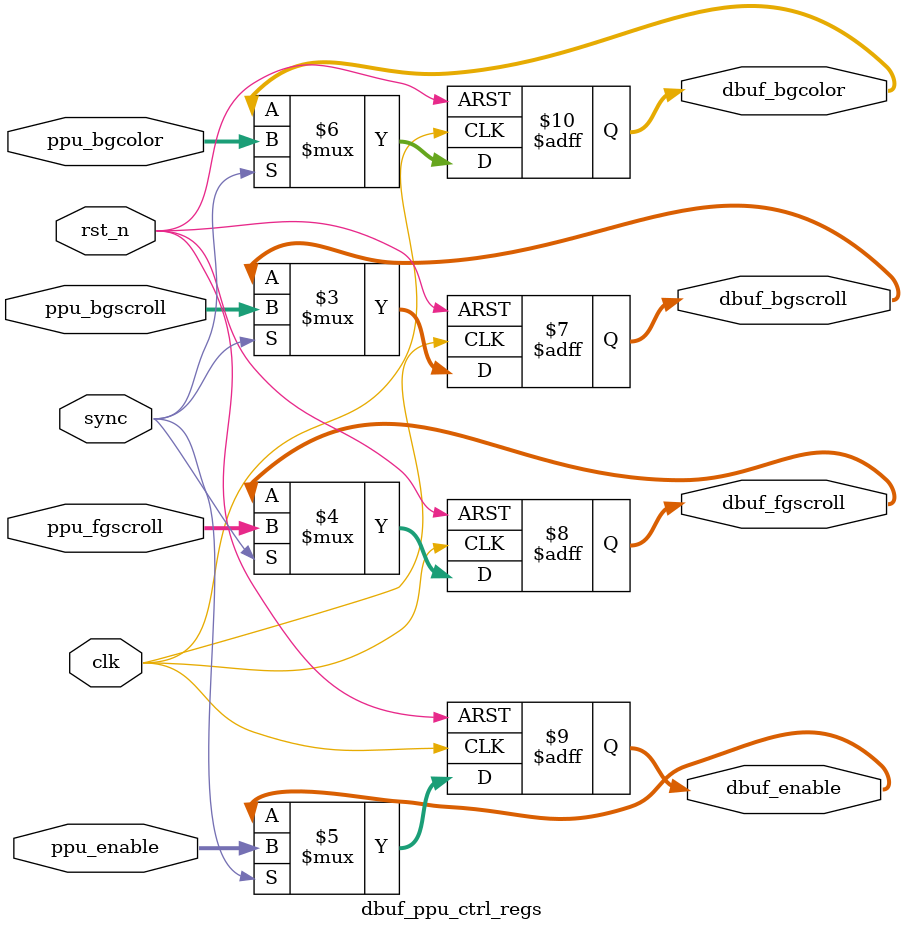
<source format=sv>
module dbuf_ppu_ctrl_regs (
    input  logic        clk,
    input  logic        rst_n,
    input  logic        sync,
    input  logic [31:0] ppu_bgscroll,
    input  logic [31:0] ppu_fgscroll,
    input  logic [2:0]  ppu_enable,
    input  logic [23:0] ppu_bgcolor,
    output logic [31:0] dbuf_bgscroll,
    output logic [31:0] dbuf_fgscroll,
    output logic [2:0]  dbuf_enable,
    output logic [23:0] dbuf_bgcolor
);

    // Only update control registers on sync
    always_ff @(posedge clk, negedge rst_n) begin
        if (!rst_n) begin
            dbuf_bgscroll <= 32'b0;
            dbuf_fgscroll <= 32'b0;
            dbuf_enable   <=  3'b0;
            dbuf_bgcolor  <= 24'b0;
        end
        else begin
            dbuf_bgscroll <= (sync) ? ppu_bgscroll : dbuf_bgscroll;
            dbuf_fgscroll <= (sync) ? ppu_fgscroll : dbuf_fgscroll;
            dbuf_enable   <= (sync) ? ppu_enable   : dbuf_enable;
            dbuf_bgcolor  <= (sync) ? ppu_bgcolor  : dbuf_bgcolor;
        end
    end

endmodule : dbuf_ppu_ctrl_regs
</source>
